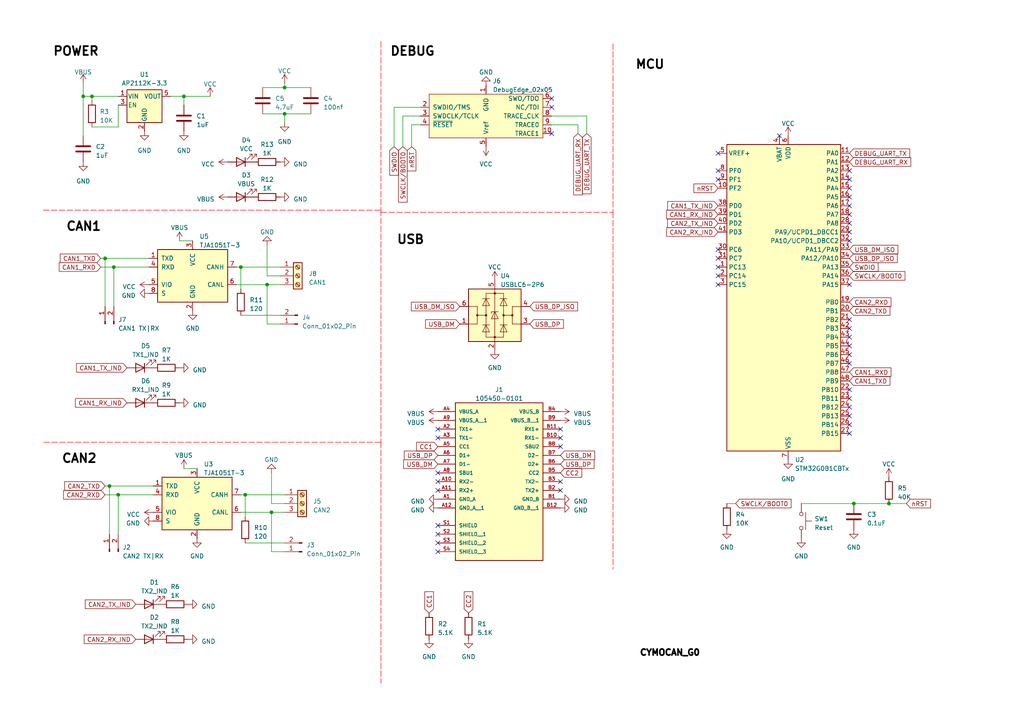
<source format=kicad_sch>
(kicad_sch (version 20230121) (generator eeschema)
  (paper "A4")
  (lib_symbols
    (symbol "105450-0101:105450-0101" (pin_names (offset 1.016))
      (property "Reference" "J" (at -12.7 16.002 0))
      (property "Value" "105450-0101" (at -12.7 -31.242 0))
      (symbol "105450-0101_0_0"
        (rectangle (start -12.7 -30.48) (end 12.7 15.24) (stroke (width 0.254)) (fill (type background)))
        (pin power_in line (at -17.78 -12.7 0) (length 5.08) (name "GND_A") (number "A1"))
        (pin bidirectional line (at -17.78 -7.62 0) (length 5.08) (name "RX2-") (number "A10"))
        (pin bidirectional line (at -17.78 -10.16 0) (length 5.08) (name "RX2+") (number "A11"))
        (pin power_in line (at -17.78 -15.24 0) (length 5.08) (name "GND_A__1") (number "A12"))
        (pin bidirectional line (at -17.78 7.62 0) (length 5.08) (name "TX1+") (number "A2"))
        (pin bidirectional line (at -17.78 5.08 0) (length 5.08) (name "TX1-") (number "A3"))
        (pin power_in line (at -17.78 12.7 0) (length 5.08) (name "VBUS_A") (number "A4"))
        (pin bidirectional line (at -17.78 2.54 0) (length 5.08) (name "CC1") (number "A5"))
        (pin bidirectional line (at -17.78 0 0) (length 5.08) (name "D1+") (number "A6"))
        (pin bidirectional line (at -17.78 -2.54 0) (length 5.08) (name "D1-") (number "A7"))
        (pin bidirectional line (at -17.78 -5.08 0) (length 5.08) (name "SBU1") (number "A8"))
        (pin power_in line (at -17.78 10.16 0) (length 5.08) (name "VBUS_A__1") (number "A9"))
        (pin power_in line (at 17.78 -12.7 180) (length 5.08) (name "GND_B") (number "B1"))
        (pin bidirectional line (at 17.78 5.08 180) (length 5.08) (name "RX1-") (number "B10"))
        (pin bidirectional line (at 17.78 7.62 180) (length 5.08) (name "RX1+") (number "B11"))
        (pin power_in line (at 17.78 -15.24 180) (length 5.08) (name "GND_B__1") (number "B12"))
        (pin bidirectional line (at 17.78 -10.16 180) (length 5.08) (name "TX2+") (number "B2"))
        (pin bidirectional line (at 17.78 -7.62 180) (length 5.08) (name "TX2-") (number "B3"))
        (pin power_in line (at 17.78 12.7 180) (length 5.08) (name "VBUS_B") (number "B4"))
        (pin bidirectional line (at 17.78 -5.08 180) (length 5.08) (name "CC2") (number "B5"))
        (pin bidirectional line (at 17.78 -2.54 180) (length 5.08) (name "D2+") (number "B6"))
        (pin bidirectional line (at 17.78 0 180) (length 5.08) (name "D2-") (number "B7"))
        (pin bidirectional line (at 17.78 2.54 180) (length 5.08) (name "SBU2") (number "B8"))
        (pin power_in line (at 17.78 10.16 180) (length 5.08) (name "VBUS_B__1") (number "B9"))
        (pin passive line (at -17.78 -20.32 0) (length 5.08) (name "SHIELD") (number "S1"))
        (pin passive line (at -17.78 -22.86 0) (length 5.08) (name "SHIELD__1") (number "S2"))
        (pin passive line (at -17.78 -25.4 0) (length 5.08) (name "SHIELD__2") (number "S3"))
        (pin passive line (at -17.78 -27.94 0) (length 5.08) (name "SHIELD__3") (number "S4"))
      )
    )
    (symbol "Connector:Conn_01x02_Pin" (pin_names (offset 1.016) hide)
      (property "Reference" "J" (at 0 2.54 0))
      (property "Value" "Conn_01x02_Pin" (at 0 -5.08 0))
      (symbol "Conn_01x02_Pin_1_1"
        (polyline (pts (xy 1.27 -2.54) (xy 0.8636 -2.54)) (stroke (width 0.1524)))
        (polyline (pts (xy 1.27 0) (xy 0.8636 0)) (stroke (width 0.1524)))
        (rectangle (start 0.8636 -2.413) (end 0 -2.667) (stroke (width 0.1524)) (fill (type outline)))
        (rectangle (start 0.8636 0.127) (end 0 -0.127) (stroke (width 0.1524)) (fill (type outline)))
        (pin passive line (at 5.08 0 180) (length 3.81) (name "Pin_1") (number "1"))
        (pin passive line (at 5.08 -2.54 180) (length 3.81) (name "Pin_2") (number "2"))
      )
    )
    (symbol "Connector:Screw_Terminal_01x03" (pin_names (offset 1.016) hide)
      (property "Reference" "J" (at 0 5.08 0))
      (property "Value" "Screw_Terminal_01x03" (at 0 -5.08 0))
      (symbol "Screw_Terminal_01x03_1_1"
        (rectangle (start -1.27 3.81) (end 1.27 -3.81) (stroke (width 0.254)) (fill (type background)))
        (circle (center 0 -2.54) (radius 0.635) (stroke (width 0.1524)))
        (polyline (pts (xy -0.5334 -2.2098) (xy 0.3302 -3.048)) (stroke (width 0.1524)))
        (polyline (pts (xy -0.5334 0.3302) (xy 0.3302 -0.508)) (stroke (width 0.1524)))
        (polyline (pts (xy -0.5334 2.8702) (xy 0.3302 2.032)) (stroke (width 0.1524)))
        (polyline (pts (xy -0.3556 -2.032) (xy 0.508 -2.8702)) (stroke (width 0.1524)))
        (polyline (pts (xy -0.3556 0.508) (xy 0.508 -0.3302)) (stroke (width 0.1524)))
        (polyline (pts (xy -0.3556 3.048) (xy 0.508 2.2098)) (stroke (width 0.1524)))
        (circle (center 0 0) (radius 0.635) (stroke (width 0.1524)))
        (circle (center 0 2.54) (radius 0.635) (stroke (width 0.1524)))
        (pin passive line (at -5.08 2.54 0) (length 3.81) (name "Pin_1") (number "1"))
        (pin passive line (at -5.08 0 0) (length 3.81) (name "Pin_2") (number "2"))
        (pin passive line (at -5.08 -2.54 0) (length 3.81) (name "Pin_3") (number "3"))
      )
    )
    (symbol "Connector_DebugEdge:DebugEdge_02x05" (pin_names (offset 1.016))
      (property "Reference" "J" (at -10.16 7.62 0))
      (property "Value" "DebugEdge_02x05" (at 11.43 7.62 0))
      (symbol "DebugEdge_02x05_0_1"
        (rectangle (start -16.51 6.35) (end 16.51 -6.35) (fill (type background)))
      )
      (symbol "DebugEdge_02x05_1_1"
        (pin power_in line (at 0 8.89 270) (length 2.54) (name "GND") (number "1"))
        (pin bidirectional line (at 19.05 -5.08 180) (length 2.54) (name "TRACE1") (number "10"))
        (pin bidirectional line (at -19.05 2.54 0) (length 2.54) (name "SWDIO/TMS") (number "2"))
        (pin bidirectional line (at -19.05 0 0) (length 2.54) (name "SWDCLK/TCLK") (number "3"))
        (pin bidirectional line (at -19.05 -2.54 0) (length 2.54) (name "~{RESET}") (number "4"))
        (pin power_in line (at 0 -8.89 90) (length 2.54) (name "Vref") (number "5"))
        (pin bidirectional line (at 19.05 5.08 180) (length 2.54) (name "SWO/TDO") (number "6"))
        (pin bidirectional line (at 19.05 2.54 180) (length 2.54) (name "NC/TDI") (number "7"))
        (pin bidirectional line (at 19.05 0 180) (length 2.54) (name "TRACE_CLK") (number "8"))
        (pin bidirectional line (at 19.05 -2.54 180) (length 2.54) (name "TRACE0") (number "9"))
      )
    )
    (symbol "Device:C" (pin_numbers hide) (pin_names (offset 0.254))
      (property "Reference" "C" (at 0.635 2.54 0))
      (property "Value" "C" (at 0.635 -2.54 0))
      (symbol "C_0_1"
        (polyline (pts (xy -2.032 -0.762) (xy 2.032 -0.762)) (stroke (width 0.508)))
        (polyline (pts (xy -2.032 0.762) (xy 2.032 0.762)) (stroke (width 0.508)))
      )
      (symbol "C_1_1"
        (pin passive line (at 0 3.81 270) (length 2.794) (name "~") (number "1"))
        (pin passive line (at 0 -3.81 90) (length 2.794) (name "~") (number "2"))
      )
    )
    (symbol "Device:LED" (pin_numbers hide) (pin_names (offset 1.016) hide)
      (property "Reference" "D" (at 0 2.54 0))
      (property "Value" "LED" (at 0 -2.54 0))
      (symbol "LED_0_1"
        (polyline (pts (xy -1.27 -1.27) (xy -1.27 1.27)) (stroke (width 0.254)))
        (polyline (pts (xy -1.27 0) (xy 1.27 0)))
        (polyline (pts (xy 1.27 -1.27) (xy 1.27 1.27) (xy -1.27 0) (xy 1.27 -1.27)) (stroke (width 0.254)))
        (polyline (pts (xy -3.048 -0.762) (xy -4.572 -2.286) (xy -3.81 -2.286) (xy -4.572 -2.286) (xy -4.572 -1.524)))
        (polyline (pts (xy -1.778 -0.762) (xy -3.302 -2.286) (xy -2.54 -2.286) (xy -3.302 -2.286) (xy -3.302 -1.524)))
      )
      (symbol "LED_1_1"
        (pin passive line (at -3.81 0 0) (length 2.54) (name "K") (number "1"))
        (pin passive line (at 3.81 0 180) (length 2.54) (name "A") (number "2"))
      )
    )
    (symbol "Device:R" (pin_numbers hide) (pin_names (offset 0))
      (property "Reference" "R" (at 2.032 0 90))
      (property "Value" "R" (at 0 0 90))
      (symbol "R_0_1"
        (rectangle (start -1.016 -2.54) (end 1.016 2.54) (stroke (width 0.254)))
      )
      (symbol "R_1_1"
        (pin passive line (at 0 3.81 270) (length 1.27) (name "~") (number "1"))
        (pin passive line (at 0 -3.81 90) (length 1.27) (name "~") (number "2"))
      )
    )
    (symbol "Interface_CAN_LIN:TJA1051T-3" (pin_names (offset 1.016))
      (property "Reference" "U" (at -10.16 8.89 0))
      (property "Value" "TJA1051T-3" (at 1.27 8.89 0))
      (symbol "TJA1051T-3_0_1"
        (rectangle (start -10.16 7.62) (end 10.16 -7.62) (stroke (width 0.254)) (fill (type background)))
      )
      (symbol "TJA1051T-3_1_1"
        (pin input line (at -12.7 5.08 0) (length 2.54) (name "TXD") (number "1"))
        (pin power_in line (at 0 -10.16 90) (length 2.54) (name "GND") (number "2"))
        (pin power_in line (at 0 10.16 270) (length 2.54) (name "VCC") (number "3"))
        (pin output line (at -12.7 2.54 0) (length 2.54) (name "RXD") (number "4"))
        (pin power_in line (at -12.7 -2.54 0) (length 2.54) (name "VIO") (number "5"))
        (pin bidirectional line (at 12.7 -2.54 180) (length 2.54) (name "CANL") (number "6"))
        (pin bidirectional line (at 12.7 2.54 180) (length 2.54) (name "CANH") (number "7"))
        (pin input line (at -12.7 -5.08 0) (length 2.54) (name "S") (number "8"))
      )
    )
    (symbol "MCU_ST_STM32G0:STM32G0B1CBTx"
      (property "Reference" "U" (at -15.24 46.99 0))
      (property "Value" "STM32G0B1CBTx" (at 5.08 46.99 0))
      (symbol "STM32G0B1CBTx_0_1"
        (rectangle (start -15.24 -43.18) (end 17.78 45.72) (stroke (width 0.254)) (fill (type background)))
      )
      (symbol "STM32G0B1CBTx_1_1"
        (pin bidirectional line (at -17.78 10.16 0) (length 2.54) (name "PC13") (number "1"))
        (pin bidirectional line (at -17.78 33.02 0) (length 2.54) (name "PF2") (number "10"))
        (pin bidirectional line (at 20.32 43.18 180) (length 2.54) (name "PA0") (number "11"))
        (pin bidirectional line (at 20.32 40.64 180) (length 2.54) (name "PA1") (number "12"))
        (pin bidirectional line (at 20.32 38.1 180) (length 2.54) (name "PA2") (number "13"))
        (pin bidirectional line (at 20.32 35.56 180) (length 2.54) (name "PA3") (number "14"))
        (pin bidirectional line (at 20.32 33.02 180) (length 2.54) (name "PA4") (number "15"))
        (pin bidirectional line (at 20.32 30.48 180) (length 2.54) (name "PA5") (number "16"))
        (pin bidirectional line (at 20.32 27.94 180) (length 2.54) (name "PA6") (number "17"))
        (pin bidirectional line (at 20.32 25.4 180) (length 2.54) (name "PA7") (number "18"))
        (pin bidirectional line (at 20.32 0 180) (length 2.54) (name "PB0") (number "19"))
        (pin bidirectional line (at -17.78 7.62 0) (length 2.54) (name "PC14") (number "2"))
        (pin bidirectional line (at 20.32 -2.54 180) (length 2.54) (name "PB1") (number "20"))
        (pin bidirectional line (at 20.32 -5.08 180) (length 2.54) (name "PB2") (number "21"))
        (pin bidirectional line (at 20.32 -25.4 180) (length 2.54) (name "PB10") (number "22"))
        (pin bidirectional line (at 20.32 -27.94 180) (length 2.54) (name "PB11") (number "23"))
        (pin bidirectional line (at 20.32 -30.48 180) (length 2.54) (name "PB12") (number "24"))
        (pin bidirectional line (at 20.32 -33.02 180) (length 2.54) (name "PB13") (number "25"))
        (pin bidirectional line (at 20.32 -35.56 180) (length 2.54) (name "PB14") (number "26"))
        (pin bidirectional line (at 20.32 -38.1 180) (length 2.54) (name "PB15") (number "27"))
        (pin bidirectional line (at 20.32 22.86 180) (length 2.54) (name "PA8") (number "28"))
        (pin bidirectional line (at 20.32 20.32 180) (length 2.54) (name "PA9/UCPD1_DBCC1") (number "29"))
        (pin bidirectional line (at -17.78 5.08 0) (length 2.54) (name "PC15") (number "3"))
        (pin bidirectional line (at -17.78 15.24 0) (length 2.54) (name "PC6") (number "30"))
        (pin bidirectional line (at -17.78 12.7 0) (length 2.54) (name "PC7") (number "31"))
        (pin bidirectional line (at 20.32 17.78 180) (length 2.54) (name "PA10/UCPD1_DBCC2") (number "32"))
        (pin bidirectional line (at 20.32 15.24 180) (length 2.54) (name "PA11/PA9") (number "33"))
        (pin bidirectional line (at 20.32 12.7 180) (length 2.54) (name "PA12/PA10") (number "34"))
        (pin bidirectional line (at 20.32 10.16 180) (length 2.54) (name "PA13") (number "35"))
        (pin bidirectional line (at 20.32 7.62 180) (length 2.54) (name "PA14") (number "36"))
        (pin bidirectional line (at 20.32 5.08 180) (length 2.54) (name "PA15") (number "37"))
        (pin bidirectional line (at -17.78 27.94 0) (length 2.54) (name "PD0") (number "38"))
        (pin bidirectional line (at -17.78 25.4 0) (length 2.54) (name "PD1") (number "39"))
        (pin power_in line (at 0 48.26 270) (length 2.54) (name "VBAT") (number "4"))
        (pin bidirectional line (at -17.78 22.86 0) (length 2.54) (name "PD2") (number "40"))
        (pin bidirectional line (at -17.78 20.32 0) (length 2.54) (name "PD3") (number "41"))
        (pin bidirectional line (at 20.32 -7.62 180) (length 2.54) (name "PB3") (number "42"))
        (pin bidirectional line (at 20.32 -10.16 180) (length 2.54) (name "PB4") (number "43"))
        (pin bidirectional line (at 20.32 -12.7 180) (length 2.54) (name "PB5") (number "44"))
        (pin bidirectional line (at 20.32 -15.24 180) (length 2.54) (name "PB6") (number "45"))
        (pin bidirectional line (at 20.32 -17.78 180) (length 2.54) (name "PB7") (number "46"))
        (pin bidirectional line (at 20.32 -20.32 180) (length 2.54) (name "PB8") (number "47"))
        (pin bidirectional line (at 20.32 -22.86 180) (length 2.54) (name "PB9") (number "48"))
        (pin input line (at -17.78 43.18 0) (length 2.54) (name "VREF+") (number "5"))
        (pin power_in line (at 2.54 48.26 270) (length 2.54) (name "VDD") (number "6"))
        (pin power_in line (at 2.54 -45.72 90) (length 2.54) (name "VSS") (number "7"))
        (pin bidirectional line (at -17.78 38.1 0) (length 2.54) (name "PF0") (number "8"))
        (pin bidirectional line (at -17.78 35.56 0) (length 2.54) (name "PF1") (number "9"))
      )
    )
    (symbol "Power_Protection:USBLC6-2P6" (pin_names hide)
      (property "Reference" "U" (at 2.54 8.89 0))
      (property "Value" "USBLC6-2P6" (at 2.54 -8.89 0))
      (symbol "USBLC6-2P6_0_1"
        (rectangle (start -7.62 -7.62) (end 7.62 7.62) (stroke (width 0.254)) (fill (type background)))
        (circle (center -5.08 0) (radius 0.254) (fill (type outline)))
        (circle (center -2.54 0) (radius 0.254) (fill (type outline)))
        (rectangle (start -2.54 6.35) (end 2.54 -6.35))
        (circle (center 0 -6.35) (radius 0.254) (fill (type outline)))
        (polyline (pts (xy -5.08 -2.54) (xy -7.62 -2.54)))
        (polyline (pts (xy -5.08 0) (xy -5.08 -2.54)))
        (polyline (pts (xy -5.08 2.54) (xy -7.62 2.54)))
        (polyline (pts (xy -1.524 -2.794) (xy -3.556 -2.794)))
        (polyline (pts (xy -1.524 4.826) (xy -3.556 4.826)))
        (polyline (pts (xy 0 -7.62) (xy 0 -6.35)))
        (polyline (pts (xy 0 -6.35) (xy 0 1.27)))
        (polyline (pts (xy 0 1.27) (xy 0 6.35)))
        (polyline (pts (xy 0 6.35) (xy 0 7.62)))
        (polyline (pts (xy 1.524 -2.794) (xy 3.556 -2.794)))
        (polyline (pts (xy 1.524 4.826) (xy 3.556 4.826)))
        (polyline (pts (xy 5.08 -2.54) (xy 7.62 -2.54)))
        (polyline (pts (xy 5.08 0) (xy 5.08 -2.54)))
        (polyline (pts (xy 5.08 2.54) (xy 7.62 2.54)))
        (polyline (pts (xy -2.54 0) (xy -5.08 0) (xy -5.08 2.54)))
        (polyline (pts (xy 2.54 0) (xy 5.08 0) (xy 5.08 2.54)))
        (polyline (pts (xy -3.556 -4.826) (xy -1.524 -4.826) (xy -2.54 -2.794) (xy -3.556 -4.826)))
        (polyline (pts (xy -3.556 2.794) (xy -1.524 2.794) (xy -2.54 4.826) (xy -3.556 2.794)))
        (polyline (pts (xy -1.016 -1.016) (xy 1.016 -1.016) (xy 0 1.016) (xy -1.016 -1.016)))
        (polyline (pts (xy 1.016 1.016) (xy 0.762 1.016) (xy -1.016 1.016) (xy -1.016 0.508)))
        (polyline (pts (xy 3.556 -4.826) (xy 1.524 -4.826) (xy 2.54 -2.794) (xy 3.556 -4.826)))
        (polyline (pts (xy 3.556 2.794) (xy 1.524 2.794) (xy 2.54 4.826) (xy 3.556 2.794)))
        (circle (center 0 6.35) (radius 0.254) (fill (type outline)))
        (circle (center 2.54 0) (radius 0.254) (fill (type outline)))
        (circle (center 5.08 0) (radius 0.254) (fill (type outline)))
      )
      (symbol "USBLC6-2P6_1_1"
        (pin passive line (at -10.16 -2.54 0) (length 2.54) (name "I/O1") (number "1"))
        (pin passive line (at 0 -10.16 90) (length 2.54) (name "GND") (number "2"))
        (pin passive line (at 10.16 -2.54 180) (length 2.54) (name "I/O2") (number "3"))
        (pin passive line (at 10.16 2.54 180) (length 2.54) (name "I/O2") (number "4"))
        (pin passive line (at 0 10.16 270) (length 2.54) (name "VBUS") (number "5"))
        (pin passive line (at -10.16 2.54 0) (length 2.54) (name "I/O1") (number "6"))
      )
    )
    (symbol "Regulator_Linear:AP2112K-3.3" (pin_names (offset 0.254))
      (property "Reference" "U" (at -5.08 5.715 0))
      (property "Value" "AP2112K-3.3" (at 0 5.715 0))
      (symbol "AP2112K-3.3_0_1"
        (rectangle (start -5.08 4.445) (end 5.08 -5.08) (stroke (width 0.254)) (fill (type background)))
      )
      (symbol "AP2112K-3.3_1_1"
        (pin power_in line (at -7.62 2.54 0) (length 2.54) (name "VIN") (number "1"))
        (pin power_in line (at 0 -7.62 90) (length 2.54) (name "GND") (number "2"))
        (pin input line (at -7.62 0 0) (length 2.54) (name "EN") (number "3"))
        (pin no_connect line (at 5.08 0 180) (length 2.54) hide (name "NC") (number "4"))
        (pin power_out line (at 7.62 2.54 180) (length 2.54) (name "VOUT") (number "5"))
      )
    )
    (symbol "Switch:SW_Push" (pin_numbers hide) (pin_names (offset 1.016) hide)
      (property "Reference" "SW" (at 1.27 2.54 0))
      (property "Value" "SW_Push" (at 0 -1.524 0))
      (symbol "SW_Push_0_1"
        (circle (center -2.032 0) (radius 0.508))
        (polyline (pts (xy 0 1.27) (xy 0 3.048)))
        (polyline (pts (xy 2.54 1.27) (xy -2.54 1.27)))
        (circle (center 2.032 0) (radius 0.508))
        (pin passive line (at -5.08 0 0) (length 2.54) (name "1") (number "1"))
        (pin passive line (at 5.08 0 180) (length 2.54) (name "2") (number "2"))
      )
    )
    (symbol "power:GND" (power) (pin_names (offset 0))
      (property "Value" "GND" (at 0 -3.81 0))
      (symbol "GND_0_1"
        (polyline (pts (xy 0 0) (xy 0 -1.27) (xy 1.27 -1.27) (xy 0 -2.54) (xy -1.27 -1.27) (xy 0 -1.27)))
      )
      (symbol "GND_1_1"
        (pin power_in line (at 0 0 270) (length 0) hide (name "GND") (number "1"))
      )
    )
    (symbol "power:VBUS" (power) (pin_names (offset 0))
      (property "Value" "VBUS" (at 0 3.81 0))
      (symbol "VBUS_0_1"
        (polyline (pts (xy -0.762 1.27) (xy 0 2.54)))
        (polyline (pts (xy 0 0) (xy 0 2.54)))
        (polyline (pts (xy 0 2.54) (xy 0.762 1.27)))
      )
      (symbol "VBUS_1_1"
        (pin power_in line (at 0 0 90) (length 0) hide (name "VBUS") (number "1"))
      )
    )
    (symbol "power:VCC" (power) (pin_names (offset 0))
      (property "Value" "VCC" (at 0 3.81 0))
      (symbol "VCC_0_1"
        (polyline (pts (xy -0.762 1.27) (xy 0 2.54)))
        (polyline (pts (xy 0 0) (xy 0 2.54)))
        (polyline (pts (xy 0 2.54) (xy 0.762 1.27)))
      )
      (symbol "VCC_1_1"
        (pin power_in line (at 0 0 90) (length 0) hide (name "VCC") (number "1"))
      )
    )
  )
  (junction (at 82.55 25.4))
  (junction (at 71.12 143.51))
  (junction (at 53.34 27.94))
  (junction (at 31.75 140.97))
  (junction (at 33.02 77.47))
  (junction (at 257.81 146.05))
  (junction (at 78.74 148.59))
  (junction (at 24.13 27.94))
  (junction (at 247.65 146.05))
  (junction (at 30.48 74.93))
  (junction (at 69.85 77.47))
  (junction (at 77.47 82.55))
  (junction (at 82.55 33.02))
  (junction (at 34.29 143.51))
  (junction (at 26.67 27.94))
  (no_connect (at 246.38 100.33))
  (no_connect (at 208.28 77.47))
  (no_connect (at 160.02 31.115))
  (no_connect (at 246.38 54.61))
  (no_connect (at 208.28 44.45))
  (no_connect (at 127 160.02))
  (no_connect (at 246.38 57.15))
  (no_connect (at 246.38 113.03))
  (no_connect (at 246.38 105.41))
  (no_connect (at 208.28 74.93))
  (no_connect (at 127 152.4))
  (no_connect (at 127 154.94))
  (no_connect (at 162.56 142.24))
  (no_connect (at 246.38 92.71))
  (no_connect (at 160.02 38.735))
  (no_connect (at 246.38 102.87))
  (no_connect (at 127 142.24))
  (no_connect (at 127 137.16))
  (no_connect (at 246.38 49.53))
  (no_connect (at 208.28 72.39))
  (no_connect (at 246.38 52.07))
  (no_connect (at 246.38 59.69))
  (no_connect (at 246.38 118.11))
  (no_connect (at 208.28 82.55))
  (no_connect (at 246.38 95.25))
  (no_connect (at 208.28 49.53))
  (no_connect (at 127 124.46))
  (no_connect (at 127 157.48))
  (no_connect (at 208.28 52.07))
  (no_connect (at 246.38 64.77))
  (no_connect (at 246.38 123.19))
  (no_connect (at 246.38 69.85))
  (no_connect (at 208.28 80.01))
  (no_connect (at 162.56 127))
  (no_connect (at 246.38 125.73))
  (no_connect (at 246.38 67.31))
  (no_connect (at 226.06 39.37))
  (no_connect (at 162.56 124.46))
  (no_connect (at 246.38 97.79))
  (no_connect (at 246.38 62.23))
  (no_connect (at 162.56 139.7))
  (no_connect (at 127 127))
  (no_connect (at 246.38 120.65))
  (no_connect (at 127 139.7))
  (no_connect (at 246.38 115.57))
  (no_connect (at 162.56 129.54))
  (no_connect (at 160.02 28.575))
  (no_connect (at 246.38 82.55))
  (wire (pts (xy 114.3 42.545) (xy 114.3 31.115)))
  (wire (pts (xy 31.75 140.97) (xy 31.75 154.94)))
  (wire (pts (xy 71.12 143.51) (xy 71.12 149.86)))
  (wire (pts (xy 34.29 36.83) (xy 26.67 36.83)))
  (wire (pts (xy 30.48 143.51) (xy 34.29 143.51)))
  (wire (pts (xy 68.58 82.55) (xy 77.47 82.55)))
  (wire (pts (xy 29.21 77.47) (xy 33.02 77.47)))
  (polyline (pts (xy 110.49 61.595) (xy 177.8 61.595)) (stroke (width 0) (type dash) (color 255 0 0 1)))
  (wire (pts (xy 31.75 140.97) (xy 44.45 140.97)))
  (wire (pts (xy 77.47 82.55) (xy 81.28 82.55)))
  (wire (pts (xy 78.74 160.02) (xy 78.74 148.59)))
  (wire (pts (xy 69.85 143.51) (xy 71.12 143.51)))
  (wire (pts (xy 114.3 31.115) (xy 121.92 31.115)))
  (wire (pts (xy 210.82 146.05) (xy 213.36 146.05)))
  (wire (pts (xy 34.29 143.51) (xy 34.29 154.94)))
  (wire (pts (xy 78.74 137.16) (xy 78.74 146.05)))
  (wire (pts (xy 24.13 27.94) (xy 24.13 39.37)))
  (wire (pts (xy 82.55 25.4) (xy 90.17 25.4)))
  (polyline (pts (xy 12.573 60.96) (xy 110.49 60.96)) (stroke (width 0) (type dash) (color 255 0 0 1)))
  (wire (pts (xy 116.84 33.655) (xy 121.92 33.655)))
  (wire (pts (xy 76.2 33.02) (xy 82.55 33.02)))
  (wire (pts (xy 33.02 77.47) (xy 43.18 77.47)))
  (polyline (pts (xy 177.8 12.7) (xy 177.8 61.595)) (stroke (width 0) (type dash) (color 255 0 0 1)))
  (wire (pts (xy 116.84 42.545) (xy 116.84 33.655)))
  (wire (pts (xy 119.38 36.195) (xy 121.92 36.195)))
  (wire (pts (xy 29.21 74.93) (xy 30.48 74.93)))
  (wire (pts (xy 26.67 27.94) (xy 34.29 27.94)))
  (wire (pts (xy 170.18 38.735) (xy 170.18 33.655)))
  (wire (pts (xy 26.67 27.94) (xy 26.67 29.21)))
  (wire (pts (xy 53.34 27.94) (xy 60.96 27.94)))
  (wire (pts (xy 24.13 24.13) (xy 24.13 27.94)))
  (polyline (pts (xy 110.49 12.0396) (xy 110.49 60.96)) (stroke (width 0) (type dash) (color 255 0 0 1)))
  (wire (pts (xy 232.41 146.05) (xy 247.65 146.05)))
  (wire (pts (xy 82.55 160.02) (xy 78.74 160.02)))
  (wire (pts (xy 69.85 91.44) (xy 81.28 91.44)))
  (wire (pts (xy 167.64 36.195) (xy 167.64 38.735)))
  (wire (pts (xy 71.12 143.51) (xy 82.55 143.51)))
  (wire (pts (xy 57.15 135.89) (xy 53.34 135.89)))
  (wire (pts (xy 170.18 33.655) (xy 160.02 33.655)))
  (wire (pts (xy 247.65 146.05) (xy 257.81 146.05)))
  (wire (pts (xy 55.88 69.85) (xy 52.07 69.85)))
  (wire (pts (xy 77.47 93.98) (xy 77.47 82.55)))
  (wire (pts (xy 77.47 71.12) (xy 77.47 80.01)))
  (wire (pts (xy 77.47 80.01) (xy 81.28 80.01)))
  (wire (pts (xy 81.28 93.98) (xy 77.47 93.98)))
  (wire (pts (xy 160.02 36.195) (xy 167.64 36.195)))
  (wire (pts (xy 34.29 30.48) (xy 34.29 36.83)))
  (wire (pts (xy 82.55 24.13) (xy 82.55 25.4)))
  (wire (pts (xy 34.29 143.51) (xy 44.45 143.51)))
  (wire (pts (xy 257.81 146.05) (xy 262.89 146.05)))
  (wire (pts (xy 76.2 25.4) (xy 82.55 25.4)))
  (wire (pts (xy 119.38 42.545) (xy 119.38 36.195)))
  (wire (pts (xy 33.02 77.47) (xy 33.02 88.9)))
  (polyline (pts (xy 177.8 61.595) (xy 177.8 165.1)) (stroke (width 0) (type dash) (color 255 0 0 1)))
  (wire (pts (xy 68.58 77.47) (xy 69.85 77.47)))
  (polyline (pts (xy 110.49 128.27) (xy 110.49 198.12)) (stroke (width 0) (type dash) (color 255 0 0 1)))
  (polyline (pts (xy 110.49 60.96) (xy 110.49 128.27)) (stroke (width 0) (type dash) (color 255 0 0 1)))
  (wire (pts (xy 82.55 33.02) (xy 82.55 35.56)))
  (wire (pts (xy 78.74 146.05) (xy 82.55 146.05)))
  (wire (pts (xy 71.12 157.48) (xy 82.55 157.48)))
  (wire (pts (xy 82.55 33.02) (xy 90.17 33.02)))
  (wire (pts (xy 69.85 77.47) (xy 81.28 77.47)))
  (polyline (pts (xy 12.7 128.27) (xy 110.49 128.27)) (stroke (width 0) (type dash) (color 255 0 0 1)))
  (wire (pts (xy 30.48 140.97) (xy 31.75 140.97)))
  (wire (pts (xy 69.85 148.59) (xy 78.74 148.59)))
  (wire (pts (xy 78.74 148.59) (xy 82.55 148.59)))
  (wire (pts (xy 53.34 30.48) (xy 53.34 27.94)))
  (wire (pts (xy 69.85 77.47) (xy 69.85 83.82)))
  (wire (pts (xy 24.13 27.94) (xy 26.67 27.94)))
  (wire (pts (xy 53.34 27.94) (xy 49.53 27.94)))
  (wire (pts (xy 30.48 74.93) (xy 30.48 88.9)))
  (wire (pts (xy 30.48 74.93) (xy 43.18 74.93)))
  (text "CAN1" (at 19.05 67.31 0) (effects (font (size 2.54 2.54) (thickness 0.508) bold) (justify left bottom)))
  (text "USB" (at 114.935 71.12 0) (effects (font (size 2.54 2.54) (thickness 0.508) bold) (justify left bottom)))
  (text "MCU" (at 184.15 20.32 0) (effects (font (size 2.54 2.54) (thickness 0.508) bold) (justify left bottom)))
  (text "DEBUG\n" (at 113.03 16.51 0) (effects (font (size 2.54 2.54) (thickness 0.508) bold) (justify left bottom)))
  (text "POWER" (at 15.24 16.51 0) (effects (font (size 2.54 2.54) (thickness 0.508) bold) (justify left bottom)))
  (text "CYMOCAN_G0" (at 185.42 190.5 0) (effects (font (size 1.778 1.778) (thickness 0.508) bold) (justify left bottom)))
  (text "CAN2\n" (at 17.78 134.62 0) (effects (font (size 2.54 2.54) (thickness 0.508) bold) (justify left bottom)))
  (global_label "CAN1_TX_IND" (shape input) (at 208.28 59.69 180) (property "Intersheetrefs" "${INTERSHEET_REFS}" (effects hide)))
  (global_label "SWDIO" (shape input) (at 246.38 77.47 0) (property "Intersheetrefs" "${INTERSHEET_REFS}" (effects hide)))
  (global_label "CAN1_RX_IND" (shape input) (at 36.83 116.84 180) (property "Intersheetrefs" "${INTERSHEET_REFS}" (effects hide)))
  (global_label "USB_DP" (shape input) (at 162.56 134.62 0) (property "Intersheetrefs" "${INTERSHEET_REFS}" (effects hide)))
  (global_label "CAN1_TXD" (shape input) (at 246.38 110.49 0) (property "Intersheetrefs" "${INTERSHEET_REFS}" (effects hide)))
  (global_label "USB_DM_ISO" (shape input) (at 133.35 88.9 180) (property "Intersheetrefs" "${INTERSHEET_REFS}" (effects hide)))
  (global_label "USB_DP_ISO" (shape input) (at 153.67 88.9 0) (property "Intersheetrefs" "${INTERSHEET_REFS}" (effects hide)))
  (global_label "CAN2_RXD" (shape input) (at 30.48 143.51 180) (property "Intersheetrefs" "${INTERSHEET_REFS}" (effects hide)))
  (global_label "CAN2_TX_IND" (shape input) (at 39.37 175.26 180) (property "Intersheetrefs" "${INTERSHEET_REFS}" (effects hide)))
  (global_label "CAN2_TXD" (shape input) (at 30.48 140.97 180) (property "Intersheetrefs" "${INTERSHEET_REFS}" (effects hide)))
  (global_label "CC2" (shape input) (at 135.89 177.8 90) (property "Intersheetrefs" "${INTERSHEET_REFS}" (effects hide)))
  (global_label "CAN1_RXD" (shape input) (at 246.38 107.95 0) (property "Intersheetrefs" "${INTERSHEET_REFS}" (effects hide)))
  (global_label "CAN2_RX_IND" (shape input) (at 39.37 185.42 180) (property "Intersheetrefs" "${INTERSHEET_REFS}" (effects hide)))
  (global_label "USB_DM" (shape input) (at 133.35 93.98 180) (property "Intersheetrefs" "${INTERSHEET_REFS}" (effects hide)))
  (global_label "USB_DM" (shape input) (at 127 134.62 180) (property "Intersheetrefs" "${INTERSHEET_REFS}" (effects hide)))
  (global_label "CC1" (shape input) (at 124.46 177.8 90) (property "Intersheetrefs" "${INTERSHEET_REFS}" (effects hide)))
  (global_label "DEBUG_UART_TX" (shape input) (at 246.38 44.45 0) (property "Intersheetrefs" "${INTERSHEET_REFS}" (effects hide)))
  (global_label "SWCLK{slash}BOOT0" (shape input) (at 116.84 42.545 270) (property "Intersheetrefs" "${INTERSHEET_REFS}" (effects hide)))
  (global_label "CAN1_RX_IND" (shape input) (at 208.28 62.23 180) (property "Intersheetrefs" "${INTERSHEET_REFS}" (effects hide)))
  (global_label "DEBUG_UART_TX" (shape input) (at 170.18 38.735 270) (property "Intersheetrefs" "${INTERSHEET_REFS}" (effects hide)))
  (global_label "nRST" (shape input) (at 208.28 54.61 180) (property "Intersheetrefs" "${INTERSHEET_REFS}" (effects hide)))
  (global_label "SWCLK{slash}BOOT0" (shape input) (at 246.38 80.01 0) (property "Intersheetrefs" "${INTERSHEET_REFS}" (effects hide)))
  (global_label "USB_DP" (shape input) (at 127 132.08 180) (property "Intersheetrefs" "${INTERSHEET_REFS}" (effects hide)))
  (global_label "CC2" (shape input) (at 162.56 137.16 0) (property "Intersheetrefs" "${INTERSHEET_REFS}" (effects hide)))
  (global_label "nRST" (shape input) (at 119.38 42.545 270) (property "Intersheetrefs" "${INTERSHEET_REFS}" (effects hide)))
  (global_label "CAN1_RXD" (shape input) (at 29.21 77.47 180) (property "Intersheetrefs" "${INTERSHEET_REFS}" (effects hide)))
  (global_label "nRST" (shape input) (at 262.89 146.05 0) (property "Intersheetrefs" "${INTERSHEET_REFS}" (effects hide)))
  (global_label "USB_DM_ISO" (shape input) (at 246.38 72.39 0) (property "Intersheetrefs" "${INTERSHEET_REFS}" (effects hide)))
  (global_label "CAN2_TXD" (shape input) (at 246.38 90.17 0) (property "Intersheetrefs" "${INTERSHEET_REFS}" (effects hide)))
  (global_label "SWDIO" (shape input) (at 114.3 42.545 270) (property "Intersheetrefs" "${INTERSHEET_REFS}" (effects hide)))
  (global_label "CAN2_TX_IND" (shape input) (at 208.28 64.77 180) (property "Intersheetrefs" "${INTERSHEET_REFS}" (effects hide)))
  (global_label "CAN2_RXD" (shape input) (at 246.38 87.63 0) (property "Intersheetrefs" "${INTERSHEET_REFS}" (effects hide)))
  (global_label "CAN2_RX_IND" (shape input) (at 208.28 67.31 180) (property "Intersheetrefs" "${INTERSHEET_REFS}" (effects hide)))
  (global_label "USB_DM" (shape input) (at 162.56 132.08 0) (property "Intersheetrefs" "${INTERSHEET_REFS}" (effects hide)))
  (global_label "CAN1_TX_IND" (shape input) (at 36.83 106.68 180) (property "Intersheetrefs" "${INTERSHEET_REFS}" (effects hide)))
  (global_label "SWCLK{slash}BOOT0" (shape input) (at 213.36 146.05 0) (property "Intersheetrefs" "${INTERSHEET_REFS}" (effects hide)))
  (global_label "USB_DP" (shape input) (at 153.67 93.98 0) (property "Intersheetrefs" "${INTERSHEET_REFS}" (effects hide)))
  (global_label "CC1" (shape input) (at 127 129.54 180) (property "Intersheetrefs" "${INTERSHEET_REFS}" (effects hide)))
  (global_label "DEBUG_UART_RX" (shape input) (at 246.38 46.99 0) (property "Intersheetrefs" "${INTERSHEET_REFS}" (effects hide)))
  (global_label "CAN1_TXD" (shape input) (at 29.21 74.93 180) (property "Intersheetrefs" "${INTERSHEET_REFS}" (effects hide)))
  (global_label "USB_DP_ISO" (shape input) (at 246.38 74.93 0) (property "Intersheetrefs" "${INTERSHEET_REFS}" (effects hide)))
  (global_label "DEBUG_UART_RX" (shape input) (at 167.64 38.735 270) (property "Intersheetrefs" "${INTERSHEET_REFS}" (effects hide)))
  (symbol (lib_id "power:GND") (at 124.46 185.42 0) (unit 1)
    (property "Reference" "#PWR025" (effects hide))
    (property "Value" "GND" (at 124.46 190.5 0))
  )
  (symbol (lib_id "power:GND") (at 53.34 38.1 0) (unit 1)
    (property "Reference" "#PWR07" (effects hide))
    (property "Value" "GND" (at 53.34 43.6626 0))
  )
  (symbol (lib_id "power:GND") (at 232.41 156.21 0) (unit 1)
    (property "Reference" "#PWR039" (effects hide))
    (property "Value" "GND" (at 232.41 161.29 0))
  )
  (symbol (lib_id "power:GND") (at 127 144.78 270) (unit 1)
    (property "Reference" "#PWR018" (effects hide))
    (property "Value" "GND" (at 123.19 145.415 90) (effects (justify right)))
  )
  (symbol (lib_id "power:GND") (at 143.51 101.6 0) (unit 1)
    (property "Reference" "#PWR045" (effects hide))
    (property "Value" "GND" (at 143.51 106.68 0))
  )
  (symbol (lib_id "power:GND") (at 78.74 137.16 180) (unit 1)
    (property "Reference" "#PWR043" (effects hide))
    (property "Value" "GND" (at 78.74 133.35 0))
  )
  (symbol (lib_id "Device:C") (at 247.65 149.86 0) (unit 1)
    (property "Reference" "C3" (at 251.46 149.225 0) (effects (justify left)))
    (property "Value" "0.1uF" (at 251.46 151.765 0) (effects (justify left)))
    (property "Footprint" "Capacitor_SMD:C_0603_1608Metric_Pad1.08x0.95mm_HandSolder" (effects hide))
  )
  (symbol (lib_id "Device:R") (at 210.82 149.86 180) (unit 1)
    (property "Reference" "R4" (at 213.36 149.225 0) (effects (justify right)))
    (property "Value" "10K" (at 213.36 151.765 0) (effects (justify right)))
    (property "Footprint" "Resistor_SMD:R_0603_1608Metric_Pad0.98x0.95mm_HandSolder" (effects hide))
  )
  (symbol (lib_id "Device:LED") (at 43.18 175.26 180) (unit 1)
    (property "Reference" "D1" (at 44.7675 168.91 0))
    (property "Value" "TX2_IND" (at 44.7675 171.45 0))
    (property "Footprint" "LED_SMD:LED_0603_1608Metric_Pad1.05x0.95mm_HandSolder" (effects hide))
  )
  (symbol (lib_id "Device:R") (at 50.8 185.42 90) (unit 1)
    (property "Reference" "R8" (at 50.8 180.34 90))
    (property "Value" "1K" (at 50.8 182.88 90))
    (property "Footprint" "Resistor_SMD:R_0603_1608Metric_Pad0.98x0.95mm_HandSolder" (effects hide))
  )
  (symbol (lib_id "Device:R") (at 77.47 46.99 90) (unit 1)
    (property "Reference" "R13" (at 77.47 41.91 90))
    (property "Value" "1K" (at 77.47 44.45 90))
    (property "Footprint" "Resistor_SMD:R_0603_1608Metric_Pad0.98x0.95mm_HandSolder" (effects hide))
  )
  (symbol (lib_id "Device:C") (at 53.34 34.29 0) (unit 1)
    (property "Reference" "C1" (at 56.9722 33.655 0) (effects (justify left)))
    (property "Value" "1uF" (at 56.9722 36.195 0) (effects (justify left)))
    (property "Footprint" "Capacitor_SMD:C_0603_1608Metric_Pad1.08x0.95mm_HandSolder" (effects hide))
  )
  (symbol (lib_id "Connector:Conn_01x02_Pin") (at 87.63 160.02 180) (unit 1)
    (property "Reference" "J3" (at 88.9 158.115 0) (effects (justify right)))
    (property "Value" "Conn_01x02_Pin" (at 88.9 160.655 0) (effects (justify right)))
    (property "Footprint" "Connector_PinHeader_2.54mm:PinHeader_2x01_P2.54mm_Vertical" (effects hide))
  )
  (symbol (lib_id "power:GND") (at 52.07 106.68 90) (unit 1)
    (property "Reference" "#PWR035" (effects hide))
    (property "Value" "GND" (at 55.88 107.315 90) (effects (justify right)))
  )
  (symbol (lib_id "Device:R") (at 26.67 33.02 0) (unit 1)
    (property "Reference" "R3" (at 28.9306 32.385 0) (effects (justify left)))
    (property "Value" "10K" (at 28.9306 34.925 0) (effects (justify left)))
    (property "Footprint" "Resistor_SMD:R_0603_1608Metric_Pad0.98x0.95mm_HandSolder" (effects hide))
  )
  (symbol (lib_id "power:VBUS") (at 52.07 69.85 0) (unit 1)
    (property "Reference" "#PWR026" (effects hide))
    (property "Value" "VBUS" (at 52.07 66.04 0))
  )
  (symbol (lib_id "power:VBUS") (at 127 121.92 90) (unit 1)
    (property "Reference" "#PWR021" (effects hide))
    (property "Value" "VBUS" (at 123.19 122.555 90) (effects (justify left)))
  )
  (symbol (lib_id "power:GND") (at 43.18 85.09 270) (unit 1)
    (property "Reference" "#PWR029" (effects hide))
    (property "Value" "GND" (at 39.37 85.725 90) (effects (justify right)))
  )
  (symbol (lib_id "power:GND") (at 55.88 90.17 0) (unit 1)
    (property "Reference" "#PWR028" (effects hide))
    (property "Value" "GND" (at 55.88 95.25 0))
  )
  (symbol (lib_id "power:GND") (at 57.15 156.21 0) (unit 1)
    (property "Reference" "#PWR033" (effects hide))
    (property "Value" "GND" (at 57.15 161.29 0))
  )
  (symbol (lib_id "power:GND") (at 54.61 185.42 90) (unit 1)
    (property "Reference" "#PWR036" (effects hide))
    (property "Value" "GND" (at 58.42 186.055 90) (effects (justify right)))
  )
  (symbol (lib_id "Device:R") (at 48.26 106.68 90) (unit 1)
    (property "Reference" "R7" (at 48.26 101.6 90))
    (property "Value" "1K" (at 48.26 104.14 90))
    (property "Footprint" "Resistor_SMD:R_0603_1608Metric_Pad0.98x0.95mm_HandSolder" (effects hide))
  )
  (symbol (lib_id "Interface_CAN_LIN:TJA1051T-3") (at 55.88 80.01 0) (unit 1)
    (property "Reference" "U5" (at 57.8359 68.58 0) (effects (justify left)))
    (property "Value" "TJA1051T-3" (at 57.8359 71.12 0) (effects (justify left)))
    (property "Footprint" "Package_SO:SOIC-8_3.9x4.9mm_P1.27mm" (effects hide))
    (property "Datasheet" "http://www.nxp.com/documents/data_sheet/TJA1051.pdf" (effects hide))
  )
  (symbol (lib_id "power:VCC") (at 228.6 39.37 0) (unit 1)
    (property "Reference" "#PWR09" (effects hide))
    (property "Value" "VCC" (at 228.6 35.8394 0))
  )
  (symbol (lib_id "Device:R") (at 135.89 181.61 0) (unit 1)
    (property "Reference" "R1" (at 138.43 180.975 0) (effects (justify left)))
    (property "Value" "5.1K" (at 138.43 183.515 0) (effects (justify left)))
    (property "Footprint" "Resistor_SMD:R_0603_1608Metric_Pad0.98x0.95mm_HandSolder" (effects hide))
  )
  (symbol (lib_id "power:GND") (at 52.07 116.84 90) (unit 1)
    (property "Reference" "#PWR037" (effects hide))
    (property "Value" "GND" (at 55.88 117.475 90) (effects (justify right)))
  )
  (symbol (lib_id "power:GND") (at 77.47 71.12 180) (unit 1)
    (property "Reference" "#PWR042" (effects hide))
    (property "Value" "GND" (at 77.47 67.31 0))
  )
  (symbol (lib_id "power:GND") (at 210.82 153.67 0) (unit 1)
    (property "Reference" "#PWR041" (effects hide))
    (property "Value" "GND" (at 210.82 158.75 0))
  )
  (symbol (lib_id "Device:R") (at 124.46 181.61 0) (unit 1)
    (property "Reference" "R2" (at 127 180.975 0) (effects (justify left)))
    (property "Value" "5.1K" (at 127 183.515 0) (effects (justify left)))
    (property "Footprint" "Resistor_SMD:R_0603_1608Metric_Pad0.98x0.95mm_HandSolder" (effects hide))
  )
  (symbol (lib_id "power:GND") (at 44.45 151.13 270) (unit 1)
    (property "Reference" "#PWR031" (effects hide))
    (property "Value" "GND" (at 40.64 151.765 90) (effects (justify right)))
  )
  (symbol (lib_id "Connector:Conn_01x02_Pin") (at 86.36 93.98 180) (unit 1)
    (property "Reference" "J4" (at 87.63 92.075 0) (effects (justify right)))
    (property "Value" "Conn_01x02_Pin" (at 87.63 94.615 0) (effects (justify right)))
    (property "Footprint" "Connector_PinHeader_2.54mm:PinHeader_2x01_P2.54mm_Vertical" (effects hide))
  )
  (symbol (lib_id "power:VCC") (at 143.51 81.28 0) (unit 1)
    (property "Reference" "#PWR044" (effects hide))
    (property "Value" "VCC" (at 143.51 77.47 0))
  )
  (symbol (lib_id "power:VCC") (at 43.18 82.55 90) (unit 1)
    (property "Reference" "#PWR027" (effects hide))
    (property "Value" "VCC" (at 39.37 83.185 90) (effects (justify left)))
  )
  (symbol (lib_id "power:VCC") (at 44.45 148.59 90) (unit 1)
    (property "Reference" "#PWR030" (effects hide))
    (property "Value" "VCC" (at 40.64 149.225 90) (effects (justify left)))
  )
  (symbol (lib_id "Device:LED") (at 43.18 185.42 180) (unit 1)
    (property "Reference" "D2" (at 44.7675 179.07 0))
    (property "Value" "TX2_IND" (at 44.7675 181.61 0))
    (property "Footprint" "LED_SMD:LED_0603_1608Metric_Pad1.05x0.95mm_HandSolder" (effects hide))
  )
  (symbol (lib_id "MCU_ST_STM32G0:STM32G0B1CBTx") (at 226.06 87.63 0) (unit 1)
    (property "Reference" "U2" (at 230.5559 133.35 0) (effects (justify left)))
    (property "Value" "STM32G0B1CBTx" (at 230.5559 135.89 0) (effects (justify left)))
    (property "Footprint" "Package_QFP:LQFP-48_7x7mm_P0.5mm" (effects hide))
    (property "Datasheet" "https://www.st.com/resource/en/datasheet/stm32g0b1cb.pdf" (effects hide))
  )
  (symbol (lib_id "Power_Protection:USBLC6-2P6") (at 143.51 91.44 0) (unit 1)
    (property "Reference" "U4" (at 145.1611 80.01 0) (effects (justify left)))
    (property "Value" "USBLC6-2P6" (at 145.1611 82.55 0) (effects (justify left)))
    (property "Footprint" "Package_TO_SOT_SMD:SOT-666" (effects hide))
    (property "Datasheet" "https://www.st.com/resource/en/datasheet/usblc6-2.pdf" (effects hide))
  )
  (symbol (lib_id "power:GND") (at 135.89 185.42 0) (unit 1)
    (property "Reference" "#PWR024" (effects hide))
    (property "Value" "GND" (at 135.89 190.5 0))
  )
  (symbol (lib_id "power:GND") (at 41.91 38.1 0) (unit 1)
    (property "Reference" "#PWR06" (effects hide))
    (property "Value" "GND" (at 41.91 43.6626 0))
  )
  (symbol (lib_id "power:GND") (at 82.55 35.56 0) (unit 1)
    (property "Reference" "#PWR012" (effects hide))
    (property "Value" "GND" (at 82.55 41.1226 0))
  )
  (symbol (lib_id "power:VCC") (at 140.97 42.545 180) (unit 1)
    (property "Reference" "#PWR014" (effects hide))
    (property "Value" "VCC" (at 140.97 47.625 0))
  )
  (symbol (lib_id "Device:LED") (at 69.85 57.15 180) (unit 1)
    (property "Reference" "D3" (at 71.4375 50.8 0))
    (property "Value" "VBUS" (at 71.4375 53.34 0))
    (property "Footprint" "LED_SMD:LED_0603_1608Metric_Pad1.05x0.95mm_HandSolder" (effects hide))
  )
  (symbol (lib_id "power:VBUS") (at 127 119.38 90) (unit 1)
    (property "Reference" "#PWR020" (effects hide))
    (property "Value" "VBUS" (at 123.19 120.015 90) (effects (justify left)))
  )
  (symbol (lib_id "power:GND") (at 247.65 153.67 0) (unit 1)
    (property "Reference" "#PWR038" (effects hide))
    (property "Value" "GND" (at 247.65 158.75 0))
  )
  (symbol (lib_id "power:GND") (at 162.56 147.32 90) (unit 1)
    (property "Reference" "#PWR016" (effects hide))
    (property "Value" "GND" (at 166.37 147.955 90) (effects (justify right)))
  )
  (symbol (lib_id "power:GND") (at 140.97 24.765 180) (unit 1)
    (property "Reference" "#PWR015" (effects hide))
    (property "Value" "GND" (at 140.97 20.955 0))
  )
  (symbol (lib_id "Connector:Screw_Terminal_01x03") (at 87.63 146.05 0) (unit 1)
    (property "Reference" "J5" (at 90.805 145.415 0) (effects (justify left)))
    (property "Value" "CAN2" (at 90.805 147.955 0) (effects (justify left)))
    (property "Footprint" "TerminalBlock:TerminalBlock_bornier-3_P5.08mm" (effects hide))
  )
  (symbol (lib_id "power:GND") (at 81.28 57.15 90) (unit 1)
    (property "Reference" "#PWR013" (effects hide))
    (property "Value" "GND" (at 85.09 57.785 90) (effects (justify right)))
  )
  (symbol (lib_id "Device:R") (at 48.26 116.84 90) (unit 1)
    (property "Reference" "R9" (at 48.26 111.76 90))
    (property "Value" "1K" (at 48.26 114.3 90))
    (property "Footprint" "Resistor_SMD:R_0603_1608Metric_Pad0.98x0.95mm_HandSolder" (effects hide))
  )
  (symbol (lib_id "power:GND") (at 127 147.32 270) (unit 1)
    (property "Reference" "#PWR019" (effects hide))
    (property "Value" "GND" (at 123.19 147.955 90) (effects (justify right)))
  )
  (symbol (lib_id "Device:R") (at 77.47 57.15 90) (unit 1)
    (property "Reference" "R12" (at 77.47 52.07 90))
    (property "Value" "1K" (at 77.47 54.61 90))
    (property "Footprint" "Resistor_SMD:R_0603_1608Metric_Pad0.98x0.95mm_HandSolder" (effects hide))
  )
  (symbol (lib_id "power:VBUS") (at 162.56 119.38 270) (unit 1)
    (property "Reference" "#PWR022" (effects hide))
    (property "Value" "VBUS" (at 166.37 120.015 90) (effects (justify left)))
  )
  (symbol (lib_id "105450-0101:105450-0101") (at 144.78 132.08 0) (unit 1)
    (property "Reference" "J1" (at 144.78 113.03 0))
    (property "Value" "105450-0101" (at 144.78 115.57 0))
    (property "Footprint" "SnapEDA Library:MOLEX_105450-0101" (effects hide))
    (property "PARTREV" "A7" (effects hide))
    (property "MANUFACTURER" "Molex" (effects hide))
    (property "STANDARD" "Manufacturer Recommendations" (effects hide))
    (property "MAXIMUM_PACKAGE_HEIGHT" "3.24mm" (effects hide))
  )
  (symbol (lib_id "Device:LED") (at 40.64 116.84 180) (unit 1)
    (property "Reference" "D6" (at 42.2275 110.49 0))
    (property "Value" "RX1_IND" (at 42.2275 113.03 0))
    (property "Footprint" "LED_SMD:LED_0603_1608Metric_Pad1.05x0.95mm_HandSolder" (effects hide))
  )
  (symbol (lib_id "power:VCC") (at 60.96 27.94 0) (unit 1)
    (property "Reference" "#PWR08" (effects hide))
    (property "Value" "VCC" (at 60.96 24.4094 0))
  )
  (symbol (lib_id "power:GND") (at 162.56 144.78 90) (unit 1)
    (property "Reference" "#PWR017" (effects hide))
    (property "Value" "GND" (at 166.37 145.415 90) (effects (justify right)))
  )
  (symbol (lib_id "Switch:SW_Push") (at 232.41 151.13 270) (unit 1)
    (property "Reference" "SW1" (at 236.22 150.495 90) (effects (justify left)))
    (property "Value" "Reset" (at 236.22 153.035 90) (effects (justify left)))
    (property "Footprint" "Button_Switch_THT:SW_PUSH_6mm" (effects hide))
  )
  (symbol (lib_id "power:VBUS") (at 53.34 135.89 0) (unit 1)
    (property "Reference" "#PWR032" (effects hide))
    (property "Value" "VBUS" (at 53.34 132.08 0))
  )
  (symbol (lib_id "Device:LED") (at 69.85 46.99 180) (unit 1)
    (property "Reference" "D4" (at 71.4375 40.64 0))
    (property "Value" "VCC" (at 71.4375 43.18 0))
    (property "Footprint" "LED_SMD:LED_0603_1608Metric_Pad1.05x0.95mm_HandSolder" (effects hide))
  )
  (symbol (lib_id "Connector:Screw_Terminal_01x03") (at 86.36 80.01 0) (unit 1)
    (property "Reference" "J8" (at 89.535 79.375 0) (effects (justify left)))
    (property "Value" "CAN1" (at 89.535 81.915 0) (effects (justify left)))
    (property "Footprint" "TerminalBlock:TerminalBlock_bornier-3_P5.08mm" (effects hide))
  )
  (symbol (lib_id "Device:R") (at 69.85 87.63 0) (unit 1)
    (property "Reference" "R11" (at 72.39 86.995 0) (effects (justify left)))
    (property "Value" "120" (at 72.39 89.535 0) (effects (justify left)))
    (property "Footprint" "Resistor_SMD:R_0603_1608Metric_Pad0.98x0.95mm_HandSolder" (effects hide))
  )
  (symbol (lib_id "Device:R") (at 71.12 153.67 0) (unit 1)
    (property "Reference" "R10" (at 73.66 153.035 0) (effects (justify left)))
    (property "Value" "120" (at 73.66 155.575 0) (effects (justify left)))
    (property "Footprint" "Resistor_SMD:R_0603_1608Metric_Pad0.98x0.95mm_HandSolder" (effects hide))
  )
  (symbol (lib_id "Device:C") (at 76.2 29.21 0) (unit 1)
    (property "Reference" "C5" (at 79.8322 28.575 0) (effects (justify left)))
    (property "Value" "4.7uF" (at 79.8322 31.115 0) (effects (justify left)))
    (property "Footprint" "Capacitor_SMD:C_0603_1608Metric_Pad1.08x0.95mm_HandSolder" (effects hide))
  )
  (symbol (lib_id "power:VCC") (at 257.81 138.43 0) (unit 1)
    (property "Reference" "#PWR040" (effects hide))
    (property "Value" "VCC" (at 257.81 134.62 0))
  )
  (symbol (lib_id "power:GND") (at 54.61 175.26 90) (unit 1)
    (property "Reference" "#PWR034" (effects hide))
    (property "Value" "GND" (at 58.42 175.895 90) (effects (justify right)))
  )
  (symbol (lib_id "Connector:Conn_01x02_Pin") (at 31.75 160.02 90) (unit 1)
    (property "Reference" "J2" (at 35.56 158.75 90) (effects (justify right)))
    (property "Value" "CAN2 TX|RX" (at 35.56 161.29 90) (effects (justify right)))
    (property "Footprint" "Connector_PinHeader_2.54mm:PinHeader_2x01_P2.54mm_Vertical" (effects hide))
  )
  (symbol (lib_id "power:VBUS") (at 66.04 57.15 90) (unit 1)
    (property "Reference" "#PWR02" (effects hide))
    (property "Value" "VBUS" (at 62.23 57.785 90) (effects (justify left)))
  )
  (symbol (lib_id "Device:R") (at 257.81 142.24 0) (unit 1)
    (property "Reference" "R5" (at 260.35 141.605 0) (effects (justify left)))
    (property "Value" "40K" (at 260.35 144.145 0) (effects (justify left)))
    (property "Footprint" "Resistor_SMD:R_0603_1608Metric_Pad0.98x0.95mm_HandSolder" (effects hide))
  )
  (symbol (lib_id "power:VCC") (at 66.04 46.99 90) (unit 1)
    (property "Reference" "#PWR03" (effects hide))
    (property "Value" "VCC" (at 62.23 47.625 90) (effects (justify left)))
  )
  (symbol (lib_id "Connector:Conn_01x02_Pin") (at 30.48 93.98 90) (unit 1)
    (property "Reference" "J7" (at 34.29 92.71 90) (effects (justify right)))
    (property "Value" "CAN1 TX|RX" (at 34.29 95.25 90) (effects (justify right)))
    (property "Footprint" "Connector_PinHeader_2.54mm:PinHeader_2x01_P2.54mm_Vertical" (effects hide))
  )
  (symbol (lib_id "power:VCC") (at 82.55 24.13 0) (unit 1)
    (property "Reference" "#PWR011" (effects hide))
    (property "Value" "VCC" (at 82.55 20.5994 0))
  )
  (symbol (lib_id "Device:C") (at 90.17 29.21 0) (unit 1)
    (property "Reference" "C4" (at 93.8022 28.575 0) (effects (justify left)))
    (property "Value" "100nf" (at 93.8022 31.115 0) (effects (justify left)))
    (property "Footprint" "Capacitor_SMD:C_0603_1608Metric_Pad1.08x0.95mm_HandSolder" (effects hide))
  )
  (symbol (lib_id "Device:R") (at 50.8 175.26 90) (unit 1)
    (property "Reference" "R6" (at 50.8 170.18 90))
    (property "Value" "1K" (at 50.8 172.72 90))
    (property "Footprint" "Resistor_SMD:R_0603_1608Metric_Pad0.98x0.95mm_HandSolder" (effects hide))
  )
  (symbol (lib_id "power:GND") (at 24.13 46.99 0) (unit 1)
    (property "Reference" "#PWR05" (effects hide))
    (property "Value" "GND" (at 24.13 52.5526 0))
  )
  (symbol (lib_id "power:VBUS") (at 24.13 24.13 0) (unit 1)
    (property "Reference" "#PWR04" (effects hide))
    (property "Value" "VBUS" (at 24.13 20.9296 0))
  )
  (symbol (lib_id "power:GND") (at 228.6 133.35 0) (unit 1)
    (property "Reference" "#PWR010" (effects hide))
    (property "Value" "GND" (at 228.6 138.9126 0))
  )
  (symbol (lib_id "power:GND") (at 81.28 46.99 90) (unit 1)
    (property "Reference" "#PWR01" (effects hide))
    (property "Value" "GND" (at 85.09 47.625 90) (effects (justify right)))
  )
  (symbol (lib_id "Interface_CAN_LIN:TJA1051T-3") (at 57.15 146.05 0) (unit 1)
    (property "Reference" "U3" (at 59.1059 134.62 0) (effects (justify left)))
    (property "Value" "TJA1051T-3" (at 59.1059 137.16 0) (effects (justify left)))
    (property "Footprint" "Package_SO:SOIC-8_3.9x4.9mm_P1.27mm" (effects hide))
    (property "Datasheet" "http://www.nxp.com/documents/data_sheet/TJA1051.pdf" (effects hide))
  )
  (symbol (lib_id "Device:C") (at 24.13 43.18 0) (unit 1)
    (property "Reference" "C2" (at 27.7622 42.545 0) (effects (justify left)))
    (property "Value" "1uF" (at 27.7622 45.085 0) (effects (justify left)))
    (property "Footprint" "Capacitor_SMD:C_0603_1608Metric_Pad1.08x0.95mm_HandSolder" (effects hide))
  )
  (symbol (lib_id "power:VBUS") (at 162.56 121.92 270) (unit 1)
    (property "Reference" "#PWR023" (effects hide))
    (property "Value" "VBUS" (at 166.37 122.555 90) (effects (justify left)))
  )
  (symbol (lib_id "Device:LED") (at 40.64 106.68 180) (unit 1)
    (property "Reference" "D5" (at 42.2275 100.33 0))
    (property "Value" "TX1_IND" (at 42.2275 102.87 0))
    (property "Footprint" "LED_SMD:LED_0603_1608Metric_Pad1.05x0.95mm_HandSolder" (effects hide))
  )
  (symbol (lib_id "Regulator_Linear:AP2112K-3.3") (at 41.91 30.48 0) (unit 1)
    (property "Reference" "U1" (at 41.91 21.59 0))
    (property "Value" "AP2112K-3.3" (at 41.91 24.13 0))
    (property "Footprint" "Package_TO_SOT_SMD:SOT-23-5" (effects hide))
    (property "Datasheet" "https://www.diodes.com/assets/Datasheets/AP2112.pdf" (effects hide))
  )
  (symbol (lib_id "Connector_DebugEdge:DebugEdge_02x05") (at 140.97 33.655 0) (unit 1)
    (property "Reference" "J6" (at 142.9259 23.495 0) (effects (justify left)))
    (property "Value" "DebugEdge_02x05" (at 142.9259 26.035 0) (effects (justify left)))
    (property "Footprint" "DebugEdge:DebugEdge_2x05_Target" (effects hide))
  )
)
</source>
